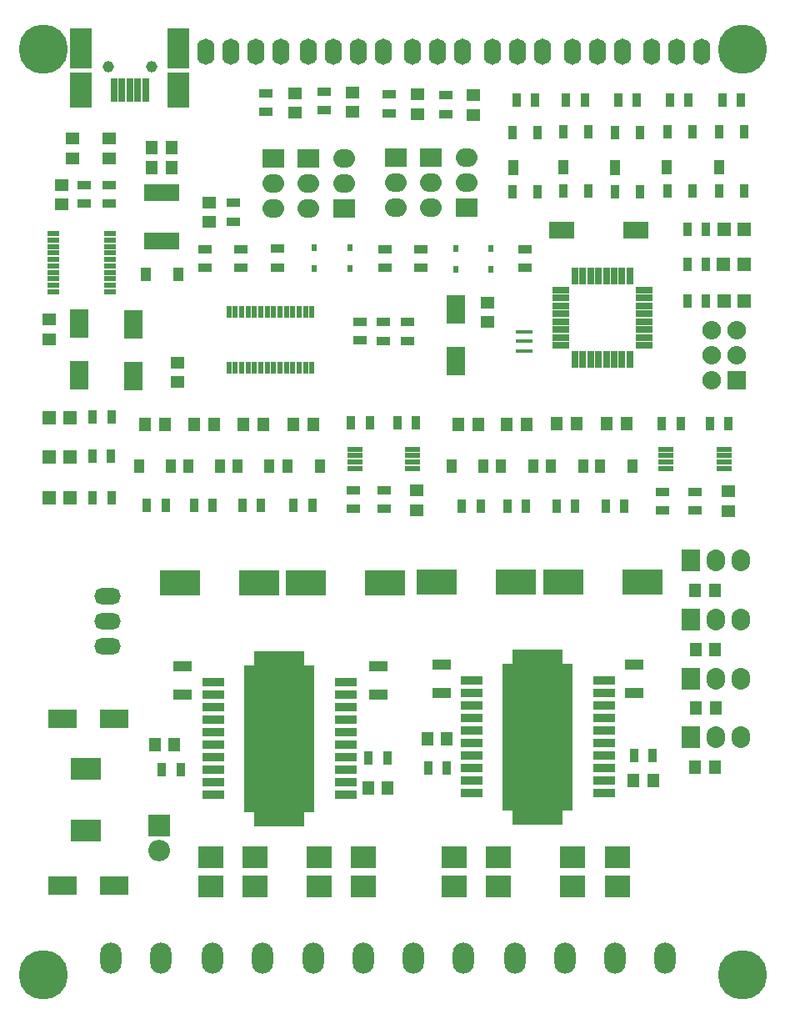
<source format=gts>
G04 #@! TF.FileFunction,Soldermask,Top*
%FSLAX46Y46*%
G04 Gerber Fmt 4.6, Leading zero omitted, Abs format (unit mm)*
G04 Created by KiCad (PCBNEW 4.1.0-alpha+201608101232+7015~46~ubuntu14.04.1-product) date Thu Aug 18 17:30:44 2016*
%MOMM*%
%LPD*%
G01*
G04 APERTURE LIST*
%ADD10C,0.100000*%
%ADD11R,0.860000X1.460000*%
%ADD12R,1.358880X1.358880*%
%ADD13O,1.760000X2.660000*%
%ADD14R,0.560000X1.260000*%
%ADD15R,1.760000X0.710000*%
%ADD16R,0.710000X1.760000*%
%ADD17R,1.160000X1.410000*%
%ADD18R,3.160000X2.160000*%
%ADD19C,5.000000*%
%ADD20R,1.410000X1.160000*%
%ADD21R,1.070000X1.380000*%
%ADD22R,2.660000X2.160000*%
%ADD23R,0.610000X0.750000*%
%ADD24R,3.660000X1.760000*%
%ADD25R,0.660000X2.410000*%
%ADD26C,1.160000*%
%ADD27R,2.210000X3.660000*%
%ADD28R,2.210000X4.160000*%
%ADD29R,1.460000X0.860000*%
%ADD30R,1.860000X1.060000*%
%ADD31R,1.160000X0.560000*%
%ADD32O,2.700000X1.684000*%
%ADD33R,2.910820X1.960860*%
%ADD34R,1.960860X2.910820*%
%ADD35O,2.160000X3.160000*%
%ADD36R,0.960000X1.360000*%
%ADD37R,1.760000X0.460000*%
%ADD38R,2.660000X1.760000*%
%ADD39R,1.610000X0.610000*%
%ADD40R,4.160500X2.560300*%
%ADD41R,2.160000X0.860000*%
%ADD42R,7.160000X14.960000*%
%ADD43R,5.160000X17.860000*%
%ADD44R,1.887200X2.192000*%
%ADD45O,1.887200X2.192000*%
%ADD46R,2.192000X1.887200*%
%ADD47O,2.192000X1.887200*%
%ADD48R,1.887200X1.887200*%
%ADD49O,1.887200X1.887200*%
%ADD50R,2.192000X2.192000*%
%ADD51O,2.192000X2.192000*%
%ADD52R,1.060000X0.660000*%
%ADD53R,1.060000X1.460000*%
G04 APERTURE END LIST*
D10*
D11*
X176430000Y-64820000D03*
X178330000Y-64820000D03*
D12*
X180130980Y-64830000D03*
X182229020Y-64830000D03*
X180141960Y-61250000D03*
X182240000Y-61250000D03*
X180140980Y-68550000D03*
X182239020Y-68550000D03*
D11*
X176430000Y-61250000D03*
X178330000Y-61250000D03*
X176430000Y-68560000D03*
X178330000Y-68560000D03*
D13*
X177905000Y-43275000D03*
X175365000Y-43275000D03*
X172825000Y-43275000D03*
D14*
X129855000Y-75360000D03*
X130505000Y-75360000D03*
X131155000Y-75360000D03*
X131805000Y-75360000D03*
X132455000Y-75360000D03*
X133105000Y-75360000D03*
X133755000Y-75360000D03*
X134405000Y-75360000D03*
X135055000Y-75360000D03*
X135705000Y-75360000D03*
X136355000Y-75360000D03*
X137005000Y-75360000D03*
X137655000Y-75360000D03*
X138305000Y-75360000D03*
X138305000Y-69660000D03*
X137655000Y-69660000D03*
X137005000Y-69660000D03*
X136355000Y-69660000D03*
X135705000Y-69660000D03*
X135055000Y-69660000D03*
X134405000Y-69660000D03*
X133755000Y-69660000D03*
X133105000Y-69660000D03*
X132455000Y-69660000D03*
X131805000Y-69660000D03*
X131155000Y-69660000D03*
X130505000Y-69660000D03*
X129855000Y-69660000D03*
D15*
X163550000Y-67460000D03*
X163550000Y-68260000D03*
X163550000Y-69060000D03*
X163550000Y-69860000D03*
X163550000Y-70660000D03*
X163550000Y-71460000D03*
X163550000Y-72260000D03*
X163550000Y-73060000D03*
D16*
X165000000Y-74510000D03*
X165800000Y-74510000D03*
X166600000Y-74510000D03*
X167400000Y-74510000D03*
X168200000Y-74510000D03*
X169000000Y-74510000D03*
X169800000Y-74510000D03*
X170600000Y-74510000D03*
D15*
X172050000Y-73060000D03*
X172050000Y-72260000D03*
X172050000Y-71460000D03*
X172050000Y-70660000D03*
X172050000Y-69860000D03*
X172050000Y-69060000D03*
X172050000Y-68260000D03*
X172050000Y-67460000D03*
D16*
X170600000Y-66010000D03*
X169800000Y-66010000D03*
X169000000Y-66010000D03*
X168200000Y-66010000D03*
X167400000Y-66010000D03*
X166600000Y-66010000D03*
X165800000Y-66010000D03*
X165000000Y-66010000D03*
D13*
X169815000Y-43275000D03*
X167275000Y-43275000D03*
X164735000Y-43275000D03*
X161705000Y-43275000D03*
X159165000Y-43275000D03*
X156625000Y-43275000D03*
X153605000Y-43275000D03*
X151065000Y-43275000D03*
X148525000Y-43275000D03*
D17*
X124310000Y-113580000D03*
X122310000Y-113580000D03*
D18*
X115300000Y-122300000D03*
X115300000Y-116100000D03*
D19*
X182000000Y-137000000D03*
X182000000Y-43000000D03*
X111000000Y-43000000D03*
X111000000Y-137000000D03*
D20*
X156170000Y-68700000D03*
X156170000Y-70700000D03*
X124630000Y-74820000D03*
X124630000Y-76820000D03*
X112825000Y-58775000D03*
X112825000Y-56775000D03*
X111590000Y-70440000D03*
X111590000Y-72440000D03*
X127825000Y-60550000D03*
X127825000Y-58550000D03*
D17*
X123340000Y-81120000D03*
X121340000Y-81120000D03*
X128340000Y-81120000D03*
X126340000Y-81120000D03*
X133340000Y-81120000D03*
X131340000Y-81120000D03*
X138440000Y-81120000D03*
X136440000Y-81120000D03*
X146000000Y-118000000D03*
X144000000Y-118000000D03*
X155160000Y-81080000D03*
X153160000Y-81080000D03*
X160110000Y-81080000D03*
X158110000Y-81080000D03*
X165190000Y-81030000D03*
X163190000Y-81030000D03*
X170230000Y-80980000D03*
X168230000Y-80980000D03*
X172950000Y-117250000D03*
X170950000Y-117250000D03*
X152000000Y-113000000D03*
X150000000Y-113000000D03*
X179230000Y-97930000D03*
X177230000Y-97930000D03*
X179270000Y-103920000D03*
X177270000Y-103920000D03*
X179300000Y-109920000D03*
X177300000Y-109920000D03*
X179250000Y-115920000D03*
X177250000Y-115920000D03*
X122000000Y-53000000D03*
X124000000Y-53000000D03*
D20*
X117710000Y-54060000D03*
X117710000Y-52060000D03*
X113960000Y-54060000D03*
X113960000Y-52060000D03*
X148900000Y-87830000D03*
X148900000Y-89830000D03*
X180590000Y-87880000D03*
X180590000Y-89880000D03*
X154680000Y-49670000D03*
X154680000Y-47670000D03*
X149040000Y-49570000D03*
X149040000Y-47570000D03*
X142390000Y-49380000D03*
X142390000Y-47380000D03*
X136580000Y-49460000D03*
X136580000Y-47460000D03*
D12*
X111581960Y-84400000D03*
X113680000Y-84400000D03*
X111620980Y-80390000D03*
X113719020Y-80390000D03*
D21*
X120705000Y-85335000D03*
X123975000Y-85335000D03*
X125705000Y-85335000D03*
X128975000Y-85335000D03*
X130705000Y-85335000D03*
X133975000Y-85335000D03*
X135805000Y-85335000D03*
X139075000Y-85335000D03*
D22*
X128000000Y-128000000D03*
X132500000Y-128000000D03*
X128000000Y-125000000D03*
X132500000Y-125000000D03*
X143500000Y-128000000D03*
X139000000Y-128000000D03*
X143500000Y-125000000D03*
X139000000Y-125000000D03*
D21*
X152475000Y-85335000D03*
X155745000Y-85335000D03*
X157520000Y-85335000D03*
X160790000Y-85335000D03*
X162570000Y-85335000D03*
X165840000Y-85335000D03*
X167570000Y-85335000D03*
X170840000Y-85335000D03*
D22*
X152750000Y-128000000D03*
X157250000Y-128000000D03*
X152750000Y-125000000D03*
X157250000Y-125000000D03*
X169300000Y-128000000D03*
X164800000Y-128000000D03*
X169300000Y-125000000D03*
X164800000Y-125000000D03*
D21*
X121440000Y-65825000D03*
X124710000Y-65825000D03*
D23*
X156430000Y-63205000D03*
X156430000Y-65315000D03*
X152890000Y-63205000D03*
X152890000Y-65315000D03*
X142160000Y-63185000D03*
X142160000Y-65295000D03*
X138560000Y-63165000D03*
X138560000Y-65275000D03*
D24*
X123000000Y-57561600D03*
X123000000Y-62438400D03*
D17*
X124000000Y-55000000D03*
X122000000Y-55000000D03*
D25*
X119775000Y-47125000D03*
X120575000Y-47125000D03*
X121375000Y-47125000D03*
X118975000Y-47125000D03*
X118175000Y-47125000D03*
D26*
X117575000Y-44800000D03*
X121975000Y-44800000D03*
D27*
X124700000Y-47125000D03*
X114850000Y-47125000D03*
D28*
X124700000Y-42875000D03*
X114850000Y-42875000D03*
D29*
X130325000Y-58600000D03*
X130325000Y-60500000D03*
X145520000Y-72625000D03*
X145520000Y-70725000D03*
X148020000Y-72625000D03*
X148020000Y-70725000D03*
X143170000Y-72575000D03*
X143170000Y-70675000D03*
X131090000Y-63300000D03*
X131090000Y-65200000D03*
X127415000Y-63300000D03*
X127415000Y-65200000D03*
D11*
X115965000Y-84335000D03*
X117865000Y-84335000D03*
X117905000Y-80335000D03*
X116005000Y-80335000D03*
X124950000Y-116150000D03*
X123050000Y-116150000D03*
X144050000Y-115000000D03*
X145950000Y-115000000D03*
X123410000Y-89310000D03*
X121510000Y-89310000D03*
X128215000Y-89310000D03*
X126315000Y-89310000D03*
X133115000Y-89340000D03*
X131215000Y-89340000D03*
X138315000Y-89340000D03*
X136415000Y-89340000D03*
D30*
X125130000Y-108540000D03*
X125130000Y-105640000D03*
X145000000Y-108550000D03*
X145000000Y-105650000D03*
D11*
X155435000Y-89410000D03*
X153535000Y-89410000D03*
X160055000Y-89380000D03*
X158155000Y-89380000D03*
X165055000Y-89380000D03*
X163155000Y-89380000D03*
X170055000Y-89380000D03*
X168155000Y-89380000D03*
X152000000Y-116000000D03*
X150100000Y-116000000D03*
X171000000Y-114750000D03*
X172900000Y-114750000D03*
D30*
X151450000Y-108380000D03*
X151450000Y-105480000D03*
X171000000Y-108400000D03*
X171000000Y-105500000D03*
D29*
X117650000Y-58700000D03*
X117650000Y-56800000D03*
X115170000Y-58700000D03*
X115170000Y-56800000D03*
X142490000Y-87750000D03*
X142490000Y-89650000D03*
D11*
X144160000Y-80970000D03*
X142260000Y-80970000D03*
D29*
X145590000Y-89690000D03*
X145590000Y-87790000D03*
D11*
X148890000Y-80970000D03*
X146990000Y-80970000D03*
D29*
X151880000Y-49580000D03*
X151880000Y-47680000D03*
X159900000Y-63320000D03*
X159900000Y-65220000D03*
X146160000Y-49480000D03*
X146160000Y-47580000D03*
X149340000Y-63310000D03*
X149340000Y-65210000D03*
X173940000Y-87960000D03*
X173940000Y-89860000D03*
D11*
X175760000Y-80980000D03*
X173860000Y-80980000D03*
D29*
X177210000Y-89860000D03*
X177210000Y-87960000D03*
D11*
X180600000Y-80980000D03*
X178700000Y-80980000D03*
D29*
X139510000Y-49180000D03*
X139510000Y-47280000D03*
X145710000Y-63290000D03*
X145710000Y-65190000D03*
X133650000Y-49350000D03*
X133650000Y-47450000D03*
X134830000Y-63270000D03*
X134830000Y-65170000D03*
D31*
X117800000Y-67600000D03*
X117800000Y-66950000D03*
X117800000Y-66300000D03*
X117800000Y-65650000D03*
X117800000Y-65000000D03*
X117800000Y-64350000D03*
X117800000Y-63700000D03*
X117800000Y-63050000D03*
X117800000Y-62400000D03*
X117800000Y-61750000D03*
X112000000Y-61750000D03*
X112000000Y-62400000D03*
X112000000Y-63050000D03*
X112000000Y-63700000D03*
X112000000Y-64350000D03*
X112000000Y-65000000D03*
X112000000Y-65650000D03*
X112000000Y-66300000D03*
X112000000Y-66950000D03*
X112000000Y-67600000D03*
D32*
X117550000Y-98500000D03*
X117550000Y-101040000D03*
X117550000Y-103580000D03*
D33*
X118223820Y-111000000D03*
X112976180Y-111000000D03*
X118223820Y-127900000D03*
X112976180Y-127900000D03*
D34*
X114610000Y-76143820D03*
X114610000Y-70896180D03*
X120110000Y-76153820D03*
X120110000Y-70906180D03*
X152870000Y-74673820D03*
X152870000Y-69426180D03*
D13*
X145525000Y-43275000D03*
X142985000Y-43275000D03*
X140445000Y-43275000D03*
X137905000Y-43275000D03*
X135125000Y-43275000D03*
X132585000Y-43275000D03*
X130045000Y-43275000D03*
X127505000Y-43275000D03*
D35*
X143550000Y-135300000D03*
X138470000Y-135300000D03*
X148630000Y-135300000D03*
X153710000Y-135300000D03*
X164000000Y-135300000D03*
X158920000Y-135300000D03*
X169080000Y-135300000D03*
X174160000Y-135300000D03*
X122980000Y-135300000D03*
X117900000Y-135300000D03*
X133270000Y-135300000D03*
X128190000Y-135300000D03*
D11*
X159060000Y-48150000D03*
X160960000Y-48150000D03*
X164130000Y-48150000D03*
X166030000Y-48150000D03*
X169390000Y-48160000D03*
X171290000Y-48160000D03*
X181880000Y-48150000D03*
X179980000Y-48150000D03*
X176550000Y-48150000D03*
X174650000Y-48150000D03*
D36*
X176920000Y-51400000D03*
X174380000Y-51400000D03*
X174380000Y-57400000D03*
X176920000Y-57400000D03*
X182210000Y-51400000D03*
X179670000Y-51400000D03*
X179670000Y-57400000D03*
X182210000Y-57400000D03*
X171605000Y-51460000D03*
X169065000Y-51460000D03*
X169065000Y-57460000D03*
X171605000Y-57460000D03*
X166380000Y-51410000D03*
X163840000Y-51410000D03*
X163840000Y-57410000D03*
X166380000Y-57410000D03*
X161250000Y-51481738D03*
X158710000Y-51481738D03*
X158710000Y-57481738D03*
X161250000Y-57481738D03*
D37*
X159880000Y-71710000D03*
X159880000Y-72660000D03*
X159880000Y-73610000D03*
D38*
X171190000Y-61360000D03*
X163690000Y-61360000D03*
D12*
X111630980Y-88580000D03*
X113729020Y-88580000D03*
D11*
X116030000Y-88550000D03*
X117930000Y-88550000D03*
D39*
X142640000Y-83610000D03*
X142640000Y-84260000D03*
X142640000Y-84910000D03*
X142640000Y-85560000D03*
X148540000Y-85560000D03*
X148540000Y-84910000D03*
X148540000Y-84260000D03*
X148540000Y-83610000D03*
X174260000Y-83610000D03*
X174260000Y-84260000D03*
X174260000Y-84910000D03*
X174260000Y-85560000D03*
X180160000Y-85560000D03*
X180160000Y-84910000D03*
X180160000Y-84260000D03*
X180160000Y-83610000D03*
D40*
X132900500Y-97145000D03*
X124899500Y-97145000D03*
X158980500Y-97105000D03*
X150979500Y-97105000D03*
X137709500Y-97190000D03*
X145710500Y-97190000D03*
X163849500Y-97130000D03*
X171850500Y-97130000D03*
D41*
X154500000Y-107110000D03*
X154500000Y-108380000D03*
X154500000Y-109650000D03*
X154500000Y-110920000D03*
X154500000Y-112190000D03*
X154500000Y-113460000D03*
X154500000Y-114730000D03*
X154500000Y-116000000D03*
X154500000Y-117270000D03*
X154500000Y-118540000D03*
X168000000Y-107110000D03*
X168000000Y-108380000D03*
X168000000Y-109650000D03*
X168000000Y-110920000D03*
X168000000Y-112190000D03*
X168000000Y-113460000D03*
X168000000Y-114730000D03*
X168000000Y-116000000D03*
X168000000Y-117270000D03*
X168000000Y-118540000D03*
D42*
X161250000Y-112825000D03*
X161250000Y-112825000D03*
D43*
X161250000Y-112825000D03*
X161250000Y-112825000D03*
D41*
X128250000Y-107285000D03*
X128250000Y-108555000D03*
X128250000Y-109825000D03*
X128250000Y-111095000D03*
X128250000Y-112365000D03*
X128250000Y-113635000D03*
X128250000Y-114905000D03*
X128250000Y-116175000D03*
X128250000Y-117445000D03*
X128250000Y-118715000D03*
X141750000Y-107285000D03*
X141750000Y-108555000D03*
X141750000Y-109825000D03*
X141750000Y-111095000D03*
X141750000Y-112365000D03*
X141750000Y-113635000D03*
X141750000Y-114905000D03*
X141750000Y-116175000D03*
X141750000Y-117445000D03*
X141750000Y-118715000D03*
D42*
X135000000Y-113000000D03*
X135000000Y-113000000D03*
D43*
X135000000Y-113000000D03*
X135000000Y-113000000D03*
D44*
X176790000Y-112890000D03*
D45*
X179330000Y-112890000D03*
X181870000Y-112890000D03*
D44*
X176790000Y-106890000D03*
D45*
X179330000Y-106890000D03*
X181870000Y-106890000D03*
D44*
X176790000Y-100890000D03*
D45*
X179330000Y-100890000D03*
X181870000Y-100890000D03*
D44*
X176760000Y-94930000D03*
D45*
X179300000Y-94930000D03*
X181840000Y-94930000D03*
D46*
X141525000Y-59130000D03*
D47*
X141525000Y-56590000D03*
X141525000Y-54050000D03*
D46*
X153980000Y-59115000D03*
D47*
X153980000Y-56575000D03*
X153980000Y-54035000D03*
D46*
X134375000Y-54050000D03*
D47*
X134375000Y-56590000D03*
X134375000Y-59130000D03*
D46*
X137950000Y-54050000D03*
D47*
X137950000Y-56590000D03*
X137950000Y-59130000D03*
D46*
X146830000Y-54020000D03*
D47*
X146830000Y-56560000D03*
X146830000Y-59100000D03*
D46*
X150405000Y-54020000D03*
D47*
X150405000Y-56560000D03*
X150405000Y-59100000D03*
D48*
X181420000Y-76620000D03*
D49*
X178880000Y-76620000D03*
X181420000Y-74080000D03*
X178880000Y-74080000D03*
X181420000Y-71540000D03*
X178880000Y-71540000D03*
D50*
X122800000Y-121860000D03*
D51*
X122800000Y-124400000D03*
D52*
X158770000Y-54610000D03*
X158770000Y-55410000D03*
D53*
X158770000Y-55010000D03*
D52*
X163830000Y-54600000D03*
X163830000Y-55400000D03*
D53*
X163830000Y-55000000D03*
D52*
X169070000Y-54630000D03*
X169070000Y-55430000D03*
D53*
X169070000Y-55030000D03*
D52*
X179700000Y-54600000D03*
X179700000Y-55400000D03*
D53*
X179700000Y-55000000D03*
D52*
X174370000Y-54600000D03*
X174370000Y-55400000D03*
D53*
X174370000Y-55000000D03*
M02*

</source>
